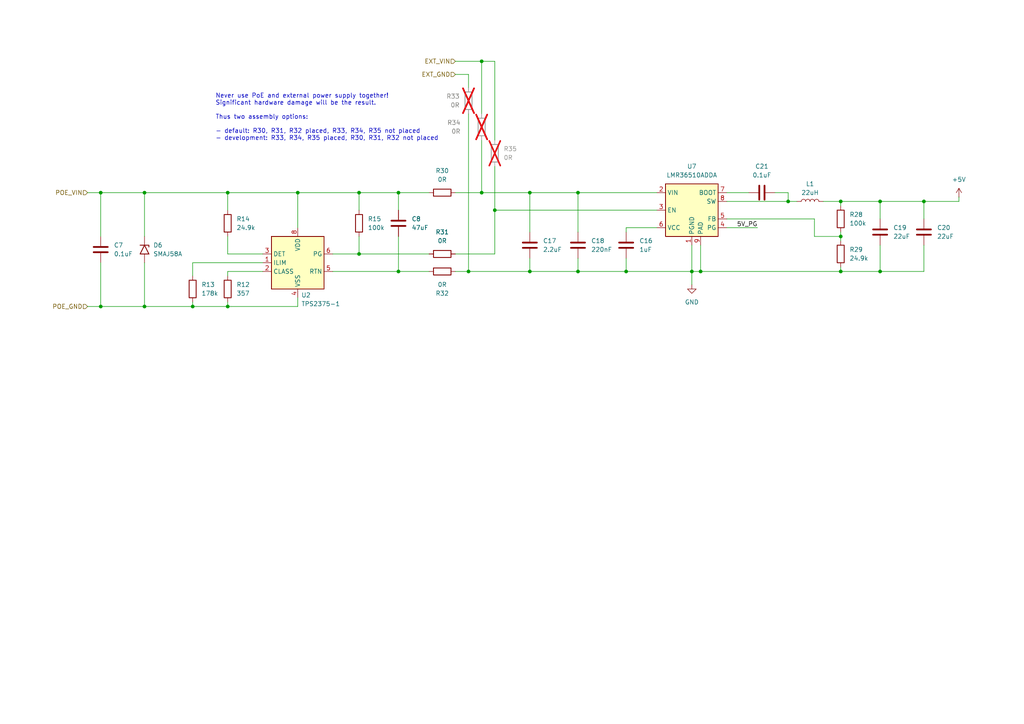
<source format=kicad_sch>
(kicad_sch (version 20250114) (generator "eeschema") (generator_version "9.0")
  (paper "A4")
  (title_block (title "iot-contact"))
  (lib_symbols
    (symbol "Device:C" (pin_numbers (hide yes)) (pin_names (offset 0.254))
      (property "Reference" "C" (at 0.635 2.54 0))
      (property "Value" "C" (at 0.635 -2.54 0))
      (symbol "C_0_1"
        (polyline (pts (xy -2.032 0.762) (xy 2.032 0.762)) (stroke (width 0.508)))
        (polyline (pts (xy -2.032 -0.762) (xy 2.032 -0.762)) (stroke (width 0.508)))
      )
      (symbol "C_1_1"
        (pin passive line (at 0 3.81 270) (length 2.794) (name "~") (number "1"))
        (pin passive line (at 0 -3.81 90) (length 2.794) (name "~") (number "2"))
      )
    )
    (symbol "Device:L" (pin_numbers (hide yes)) (pin_names (offset 1.016) (hide yes))
      (property "Reference" "L" (at -1.27 0 90))
      (property "Value" "L" (at 1.905 0 90))
      (symbol "L_0_1"
        (arc (start 0 2.54) (mid 0.6323 1.905) (end 0 1.27))
        (arc (start 0 1.27) (mid 0.6323 0.635) (end 0 0))
        (arc (start 0 0) (mid 0.6323 -0.635) (end 0 -1.27))
        (arc (start 0 -1.27) (mid 0.6323 -1.905) (end 0 -2.54))
      )
      (symbol "L_1_1"
        (pin passive line (at 0 3.81 270) (length 1.27) (name "1") (number "1"))
        (pin passive line (at 0 -3.81 90) (length 1.27) (name "2") (number "2"))
      )
    )
    (symbol "Device:R" (pin_numbers (hide yes)) (pin_names (offset 0))
      (property "Reference" "R" (at 2.032 0 90))
      (property "Value" "R" (at 0 0 90))
      (symbol "R_0_1"
        (rectangle (start -1.016 -2.54) (end 1.016 2.54) (stroke (width 0.254)))
      )
      (symbol "R_1_1"
        (pin passive line (at 0 3.81 270) (length 1.27) (name "~") (number "1"))
        (pin passive line (at 0 -3.81 90) (length 1.27) (name "~") (number "2"))
      )
    )
    (symbol "Diode:SMAJ58A" (pin_numbers (hide yes)) (pin_names (offset 1.016) (hide yes))
      (property "Reference" "D" (at 0 2.54 0))
      (property "Value" "SMAJ58A" (at 0 -2.54 0))
      (symbol "SMAJ58A_0_1"
        (polyline (pts (xy -0.762 1.27) (xy -1.27 1.27) (xy -1.27 -1.27)) (stroke (width 0.254)))
        (polyline (pts (xy 1.27 1.27) (xy 1.27 -1.27) (xy -1.27 0) (xy 1.27 1.27)) (stroke (width 0.254)))
      )
      (symbol "SMAJ58A_1_1"
        (pin passive line (at -3.81 0 0) (length 2.54) (name "A1") (number "1"))
        (pin passive line (at 3.81 0 180) (length 2.54) (name "A2") (number "2"))
      )
    )
    (symbol "Regulator_Controller:TPS2375-1"
      (property "Reference" "U" (at 2.54 -8.89 0))
      (property "Value" "TPS2375-1" (at 7.62 -11.43 0))
      (symbol "TPS2375-1_0_1"
        (rectangle (start -7.62 7.62) (end 7.62 -7.62) (stroke (width 0.254)) (fill (type background)))
      )
      (symbol "TPS2375-1_1_1"
        (pin passive line (at -10.16 2.54 0) (length 2.54) (name "DET") (number "3"))
        (pin passive line (at -10.16 0 0) (length 2.54) (name "ILIM") (number "1"))
        (pin passive line (at -10.16 -2.54 0) (length 2.54) (name "CLASS") (number "2"))
        (pin power_in line (at 0 10.16 270) (length 2.54) (name "VDD") (number "8"))
        (pin power_in line (at 0 -10.16 90) (length 2.54) (name "VSS") (number "4"))
        (pin no_connect line (at 7.62 0 180) (length 2.54) (hide yes) (name "NC") (number "7"))
        (pin open_collector line (at 10.16 2.54 180) (length 2.54) (name "PG") (number "6"))
        (pin power_out line (at 10.16 -2.54 180) (length 2.54) (name "RTN") (number "5"))
      )
    )
    (symbol "Regulator_Switching:LMR36510ADDA"
      (property "Reference" "U" (at 0 11.43 0))
      (property "Value" "LMR36510ADDA" (at 0 8.89 0))
      (symbol "LMR36510ADDA_0_1"
        (rectangle (start -7.62 7.62) (end 7.62 -7.62) (stroke (width 0.254)) (fill (type background)))
      )
      (symbol "LMR36510ADDA_1_1"
        (pin power_in line (at -10.16 5.08 0) (length 2.54) (name "VIN") (number "2"))
        (pin input line (at -10.16 0 0) (length 2.54) (name "EN") (number "3"))
        (pin power_out line (at -10.16 -5.08 0) (length 2.54) (name "VCC") (number "6"))
        (pin power_in line (at 0 -10.16 90) (length 2.54) (name "PGND") (number "1"))
        (pin power_in line (at 2.54 -10.16 90) (length 2.54) (name "PAD") (number "9"))
        (pin input line (at 10.16 5.08 180) (length 2.54) (name "BOOT") (number "7"))
        (pin output line (at 10.16 2.54 180) (length 2.54) (name "SW") (number "8"))
        (pin input line (at 10.16 -2.54 180) (length 2.54) (name "FB") (number "5"))
        (pin open_collector line (at 10.16 -5.08 180) (length 2.54) (name "PG") (number "4"))
      )
    )
    (symbol "power:+5V" (power) (pin_numbers (hide yes)) (pin_names (offset 0) (hide yes))
      (property "Value" "+5V" (at 0 3.556 0))
      (symbol "+5V_0_1"
        (polyline (pts (xy -0.762 1.27) (xy 0 2.54)))
        (polyline (pts (xy 0 2.54) (xy 0.762 1.27)))
        (polyline (pts (xy 0 0) (xy 0 2.54)))
      )
      (symbol "+5V_1_1"
        (pin power_in line (at 0 0 90) (length 0) (name "~") (number "1"))
      )
    )
    (symbol "power:GND" (power) (pin_numbers (hide yes)) (pin_names (offset 0) (hide yes))
      (property "Value" "GND" (at 0 -3.81 0))
      (symbol "GND_0_1"
        (polyline (pts (xy 0 0) (xy 0 -1.27) (xy 1.27 -1.27) (xy 0 -2.54) (xy -1.27 -1.27) (xy 0 -1.27)))
      )
      (symbol "GND_1_1"
        (pin power_in line (at 0 0 270) (length 0) (name "~") (number "1"))
      )
    )
  )
  (text "Never use PoE and external power supply together!\nSignificant hardware damage will be the result.\n\nThus two assembly options:\n\n- default: R30, R31, R32 placed, R33, R34, R35 not placed\n- development: R33, R34, R35 placed, R30, R31, R32 not placed" (at 62.484 34.036 0) (effects (font (size 1.27 1.27)) (justify left)))
  (junction (at 153.67 55.88))
  (junction (at 167.64 78.74))
  (junction (at 29.21 55.88))
  (junction (at 135.89 78.74))
  (junction (at 243.84 68.58))
  (junction (at 29.21 88.9))
  (junction (at 243.84 58.42))
  (junction (at 86.36 55.88))
  (junction (at 267.97 58.42))
  (junction (at 143.51 60.96))
  (junction (at 55.88 88.9))
  (junction (at 167.64 55.88))
  (junction (at 181.61 78.74))
  (junction (at 115.57 55.88))
  (junction (at 255.27 78.74))
  (junction (at 243.84 78.74))
  (junction (at 139.7 55.88))
  (junction (at 41.91 88.9))
  (junction (at 66.04 88.9))
  (junction (at 104.14 73.66))
  (junction (at 228.6 58.42))
  (junction (at 104.14 55.88))
  (junction (at 255.27 58.42))
  (junction (at 66.04 55.88))
  (junction (at 41.91 55.88))
  (junction (at 139.7 17.78))
  (junction (at 153.67 78.74))
  (junction (at 115.57 78.74))
  (junction (at 200.66 78.74))
  (junction (at 203.2 78.74))
  (wire (pts (xy 139.7 55.88) (xy 153.67 55.88)))
  (wire (pts (xy 181.61 78.74) (xy 200.66 78.74)))
  (wire (pts (xy 255.27 71.12) (xy 255.27 78.74)))
  (wire (pts (xy 255.27 58.42) (xy 267.97 58.42)))
  (wire (pts (xy 66.04 73.66) (xy 76.2 73.66)))
  (wire (pts (xy 236.22 68.58) (xy 243.84 68.58)))
  (wire (pts (xy 224.79 55.88) (xy 228.6 55.88)))
  (wire (pts (xy 132.08 78.74) (xy 135.89 78.74)))
  (wire (pts (xy 153.67 78.74) (xy 167.64 78.74)))
  (wire (pts (xy 210.82 63.5) (xy 236.22 63.5)))
  (wire (pts (xy 96.52 78.74) (xy 115.57 78.74)))
  (wire (pts (xy 243.84 58.42) (xy 255.27 58.42)))
  (wire (pts (xy 115.57 55.88) (xy 124.46 55.88)))
  (wire (pts (xy 104.14 55.88) (xy 104.14 60.96)))
  (wire (pts (xy 41.91 88.9) (xy 55.88 88.9)))
  (wire (pts (xy 200.66 78.74) (xy 200.66 82.55)))
  (wire (pts (xy 115.57 78.74) (xy 124.46 78.74)))
  (wire (pts (xy 167.64 55.88) (xy 167.64 67.31)))
  (wire (pts (xy 66.04 55.88) (xy 86.36 55.88)))
  (wire (pts (xy 41.91 55.88) (xy 66.04 55.88)))
  (wire (pts (xy 143.51 17.78) (xy 139.7 17.78)))
  (wire (pts (xy 181.61 67.31) (xy 181.61 66.04)))
  (wire (pts (xy 104.14 55.88) (xy 115.57 55.88)))
  (wire (pts (xy 66.04 68.58) (xy 66.04 73.66)))
  (wire (pts (xy 181.61 74.93) (xy 181.61 78.74)))
  (wire (pts (xy 228.6 55.88) (xy 228.6 58.42)))
  (wire (pts (xy 167.64 74.93) (xy 167.64 78.74)))
  (wire (pts (xy 25.4 55.88) (xy 29.21 55.88)))
  (wire (pts (xy 139.7 17.78) (xy 139.7 33.02)))
  (wire (pts (xy 66.04 80.01) (xy 66.04 78.74)))
  (wire (pts (xy 203.2 78.74) (xy 243.84 78.74)))
  (wire (pts (xy 267.97 58.42) (xy 278.13 58.42)))
  (wire (pts (xy 153.67 55.88) (xy 153.67 67.31)))
  (wire (pts (xy 135.89 78.74) (xy 153.67 78.74)))
  (wire (pts (xy 115.57 68.58) (xy 115.57 78.74)))
  (wire (pts (xy 243.84 58.42) (xy 243.84 59.69)))
  (wire (pts (xy 115.57 55.88) (xy 115.57 60.96)))
  (wire (pts (xy 200.66 71.12) (xy 200.66 78.74)))
  (wire (pts (xy 66.04 78.74) (xy 76.2 78.74)))
  (wire (pts (xy 29.21 76.2) (xy 29.21 88.9)))
  (wire (pts (xy 243.84 77.47) (xy 243.84 78.74)))
  (wire (pts (xy 143.51 48.26) (xy 143.51 60.96)))
  (wire (pts (xy 255.27 58.42) (xy 255.27 63.5)))
  (wire (pts (xy 66.04 55.88) (xy 66.04 60.96)))
  (wire (pts (xy 255.27 78.74) (xy 267.97 78.74)))
  (wire (pts (xy 203.2 71.12) (xy 203.2 78.74)))
  (wire (pts (xy 86.36 55.88) (xy 104.14 55.88)))
  (wire (pts (xy 167.64 55.88) (xy 190.5 55.88)))
  (wire (pts (xy 267.97 71.12) (xy 267.97 78.74)))
  (wire (pts (xy 139.7 40.64) (xy 139.7 55.88)))
  (wire (pts (xy 41.91 55.88) (xy 41.91 68.58)))
  (wire (pts (xy 203.2 78.74) (xy 200.66 78.74)))
  (wire (pts (xy 243.84 68.58) (xy 243.84 69.85)))
  (wire (pts (xy 55.88 87.63) (xy 55.88 88.9)))
  (wire (pts (xy 132.08 21.59) (xy 135.89 21.59)))
  (wire (pts (xy 167.64 78.74) (xy 181.61 78.74)))
  (wire (pts (xy 86.36 55.88) (xy 86.36 66.04)))
  (wire (pts (xy 132.08 17.78) (xy 139.7 17.78)))
  (wire (pts (xy 104.14 68.58) (xy 104.14 73.66)))
  (wire (pts (xy 236.22 63.5) (xy 236.22 68.58)))
  (wire (pts (xy 29.21 55.88) (xy 29.21 68.58)))
  (wire (pts (xy 210.82 55.88) (xy 217.17 55.88)))
  (wire (pts (xy 135.89 21.59) (xy 135.89 25.4)))
  (wire (pts (xy 210.82 58.42) (xy 228.6 58.42)))
  (wire (pts (xy 55.88 88.9) (xy 66.04 88.9)))
  (wire (pts (xy 86.36 88.9) (xy 86.36 86.36)))
  (wire (pts (xy 210.82 66.04) (xy 219.71 66.04)))
  (wire (pts (xy 143.51 73.66) (xy 143.51 60.96)))
  (wire (pts (xy 96.52 73.66) (xy 104.14 73.66)))
  (wire (pts (xy 243.84 67.31) (xy 243.84 68.58)))
  (wire (pts (xy 143.51 60.96) (xy 190.5 60.96)))
  (wire (pts (xy 153.67 74.93) (xy 153.67 78.74)))
  (wire (pts (xy 243.84 78.74) (xy 255.27 78.74)))
  (wire (pts (xy 153.67 55.88) (xy 167.64 55.88)))
  (wire (pts (xy 135.89 33.02) (xy 135.89 78.74)))
  (wire (pts (xy 66.04 87.63) (xy 66.04 88.9)))
  (wire (pts (xy 238.76 58.42) (xy 243.84 58.42)))
  (wire (pts (xy 66.04 88.9) (xy 86.36 88.9)))
  (wire (pts (xy 55.88 80.01) (xy 55.88 76.2)))
  (wire (pts (xy 25.4 88.9) (xy 29.21 88.9)))
  (wire (pts (xy 267.97 58.42) (xy 267.97 63.5)))
  (wire (pts (xy 228.6 58.42) (xy 231.14 58.42)))
  (wire (pts (xy 132.08 55.88) (xy 139.7 55.88)))
  (wire (pts (xy 132.08 73.66) (xy 143.51 73.66)))
  (wire (pts (xy 55.88 76.2) (xy 76.2 76.2)))
  (wire (pts (xy 29.21 88.9) (xy 41.91 88.9)))
  (wire (pts (xy 181.61 66.04) (xy 190.5 66.04)))
  (wire (pts (xy 29.21 55.88) (xy 41.91 55.88)))
  (wire (pts (xy 278.13 58.42) (xy 278.13 57.15)))
  (wire (pts (xy 41.91 76.2) (xy 41.91 88.9)))
  (wire (pts (xy 104.14 73.66) (xy 124.46 73.66)))
  (wire (pts (xy 143.51 40.64) (xy 143.51 17.78)))
  (label "5V_PG" (at 219.71 66.04 180))
  (hierarchical_label "EXT_GND" (shape input) (at 132.08 21.59 180))
  (hierarchical_label "POE_GND" (shape input) (at 25.4 88.9 180))
  (hierarchical_label "POE_VIN" (shape input) (at 25.4 55.88 180))
  (hierarchical_label "EXT_VIN" (shape input) (at 132.08 17.78 180))
  (symbol (lib_id "Device:C") (at 29.21 72.39 0) (unit 1)
    (property "Reference" "C7" (at 33.02 71.1199 0) (effects (justify left)))
    (property "Value" "0.1uF" (at 33.02 73.6599 0) (effects (justify left)))
    (property "Description" "Unpolarized capacitor" (effects (hide yes)))
  )
  (symbol (lib_id "Device:R") (at 104.14 64.77 0) (unit 1)
    (property "Reference" "R15" (at 106.68 63.4999 0) (effects (justify left)))
    (property "Value" "100k" (at 106.68 66.0399 0) (effects (justify left)))
    (property "Description" "Resistor" (effects (hide yes)))
  )
  (symbol (lib_id "Device:R") (at 128.27 78.74 90) (mirror x) (unit 1)
    (property "Reference" "R32" (at 128.27 85.09 90))
    (property "Value" "0R" (at 128.27 82.55 90))
    (property "Description" "Resistor" (effects (hide yes)))
  )
  (symbol (lib_id "Regulator_Controller:TPS2375-1") (at 86.36 76.2 0) (unit 1)
    (property "Reference" "U2" (at 87.376 85.598 0) (effects (justify left)))
    (property "Value" "TPS2375-1" (at 87.376 88.138 0) (effects (justify left)))
    (property "Footprint" "Package_SO:TSSOP-8_4.4x3mm_P0.65mm" (effects (hide yes)))
    (property "Datasheet" "https://www.ti.com/lit/gpn/tps2375-1" (effects (hide yes)))
    (property "Description" "IEEE802.3af PoE Controller, Auto-Retry" (effects (hide yes)))
  )
  (symbol (lib_id "Device:R") (at 66.04 83.82 0) (unit 1)
    (property "Reference" "R12" (at 68.58 82.5499 0) (effects (justify left)))
    (property "Value" "357" (at 68.58 85.0899 0) (effects (justify left)))
    (property "Description" "Resistor" (effects (hide yes)))
  )
  (symbol (lib_id "Device:R") (at 139.7 36.83 0) (mirror y) (unit 1) (dnp yes)
    (property "Reference" "R34" (at 133.604 35.56 0) (effects (justify left)))
    (property "Value" "0R" (at 133.604 38.1 0) (effects (justify left)))
    (property "Description" "Resistor" (effects (hide yes)))
  )
  (symbol (lib_id "Diode:SMAJ58A") (at 41.91 72.39 270) (unit 1)
    (property "Reference" "D6" (at 44.45 71.1199 90) (effects (justify left)))
    (property "Value" "SMAJ58A" (at 44.45 73.6599 90) (effects (justify left)))
    (property "Footprint" "Diode_SMD:D_SMA" (effects (hide yes)))
    (property "Datasheet" "https://www.littelfuse.com/media?resourcetype=datasheets&itemid=75e32973-b177-4ee3-a0ff-cedaf1abdb93&filename=smaj-datasheet" (effects (hide yes)))
    (property "Description" "400W unidirectional Transient Voltage Suppressor, 58.0Vr, SMA(DO-214AC)" (effects (hide yes)))
  )
  (symbol (lib_id "Device:R") (at 243.84 73.66 0) (unit 1)
    (property "Reference" "R29" (at 246.38 72.3899 0) (effects (justify left)))
    (property "Value" "24.9k" (at 246.38 74.9299 0) (effects (justify left)))
    (property "Description" "Resistor" (effects (hide yes)))
  )
  (symbol (lib_id "Device:R") (at 243.84 63.5 0) (unit 1)
    (property "Reference" "R28" (at 246.38 62.2299 0) (effects (justify left)))
    (property "Value" "100k" (at 246.38 64.7699 0) (effects (justify left)))
    (property "Description" "Resistor" (effects (hide yes)))
  )
  (symbol (lib_id "power:+5V") (at 278.13 57.15 0) (unit 1)
    (property "Reference" "#PWR043" (effects (hide yes)))
    (property "Value" "+5V" (at 278.13 52.07 0))
    (property "Description" "Power symbol creates a global label with name \"+5V\"" (effects (hide yes)))
  )
  (symbol (lib_id "Device:C") (at 167.64 71.12 0) (unit 1)
    (property "Reference" "C18" (at 171.45 69.8499 0) (effects (justify left)))
    (property "Value" "220nF" (at 171.45 72.3899 0) (effects (justify left)))
    (property "Description" "Unpolarized capacitor" (effects (hide yes)))
  )
  (symbol (lib_id "power:GND") (at 200.66 82.55 0) (unit 1)
    (property "Reference" "#PWR042" (effects (hide yes)))
    (property "Value" "GND" (at 200.66 87.63 0))
    (property "Description" "Power symbol creates a global label with name \"GND\" , ground" (effects (hide yes)))
  )
  (symbol (lib_id "Device:R") (at 128.27 73.66 90) (unit 1)
    (property "Reference" "R31" (at 128.27 67.31 90))
    (property "Value" "0R" (at 128.27 69.85 90))
    (property "Description" "Resistor" (effects (hide yes)))
  )
  (symbol (lib_id "Device:R") (at 135.89 29.21 0) (mirror y) (unit 1) (dnp yes)
    (property "Reference" "R33" (at 133.35 27.9399 0) (effects (justify left)))
    (property "Value" "0R" (at 133.35 30.4799 0) (effects (justify left)))
    (property "Description" "Resistor" (effects (hide yes)))
  )
  (symbol (lib_id "Device:R") (at 128.27 55.88 90) (unit 1)
    (property "Reference" "R30" (at 128.27 49.53 90))
    (property "Value" "0R" (at 128.27 52.07 90))
    (property "Description" "Resistor" (effects (hide yes)))
  )
  (symbol (lib_id "Device:L") (at 234.95 58.42 90) (unit 1)
    (property "Reference" "L1" (at 234.95 53.34 90))
    (property "Value" "22uH" (at 234.95 55.88 90))
    (property "Description" "Inductor" (effects (hide yes)))
  )
  (symbol (lib_id "Device:R") (at 55.88 83.82 0) (unit 1)
    (property "Reference" "R13" (at 58.42 82.5499 0) (effects (justify left)))
    (property "Value" "178k" (at 58.42 85.0899 0) (effects (justify left)))
    (property "Description" "Resistor" (effects (hide yes)))
  )
  (symbol (lib_id "Device:C") (at 220.98 55.88 90) (unit 1)
    (property "Reference" "C21" (at 220.98 48.26 90))
    (property "Value" "0.1uF" (at 220.98 50.8 90))
    (property "Description" "Unpolarized capacitor" (effects (hide yes)))
  )
  (symbol (lib_id "Device:C") (at 255.27 67.31 0) (unit 1)
    (property "Reference" "C19" (at 259.08 66.0399 0) (effects (justify left)))
    (property "Value" "22uF" (at 259.08 68.5799 0) (effects (justify left)))
    (property "Description" "Unpolarized capacitor" (effects (hide yes)))
  )
  (symbol (lib_id "Device:C") (at 181.61 71.12 0) (unit 1)
    (property "Reference" "C16" (at 185.42 69.8499 0) (effects (justify left)))
    (property "Value" "1uF" (at 185.42 72.3899 0) (effects (justify left)))
    (property "Description" "Unpolarized capacitor" (effects (hide yes)))
  )
  (symbol (lib_id "Device:R") (at 66.04 64.77 0) (unit 1)
    (property "Reference" "R14" (at 68.58 63.4999 0) (effects (justify left)))
    (property "Value" "24.9k" (at 68.58 66.0399 0) (effects (justify left)))
    (property "Description" "Resistor" (effects (hide yes)))
  )
  (symbol (lib_id "Device:C") (at 115.57 64.77 0) (unit 1)
    (property "Reference" "C8" (at 119.38 63.4999 0) (effects (justify left)))
    (property "Value" "47uF" (at 119.38 66.0399 0) (effects (justify left)))
    (property "Description" "Unpolarized capacitor" (effects (hide yes)))
  )
  (symbol (lib_id "Device:C") (at 153.67 71.12 0) (unit 1)
    (property "Reference" "C17" (at 157.48 69.8499 0) (effects (justify left)))
    (property "Value" "2.2uF" (at 157.48 72.3899 0) (effects (justify left)))
    (property "Description" "Unpolarized capacitor" (effects (hide yes)))
  )
  (symbol (lib_id "Device:R") (at 143.51 44.45 0) (unit 1) (dnp yes)
    (property "Reference" "R35" (at 146.05 43.1799 0) (effects (justify left)))
    (property "Value" "0R" (at 146.05 45.7199 0) (effects (justify left)))
    (property "Description" "Resistor" (effects (hide yes)))
  )
  (symbol (lib_id "Device:C") (at 267.97 67.31 0) (unit 1)
    (property "Reference" "C20" (at 271.78 66.0399 0) (effects (justify left)))
    (property "Value" "22uF" (at 271.78 68.5799 0) (effects (justify left)))
    (property "Description" "Unpolarized capacitor" (effects (hide yes)))
  )
  (symbol (lib_id "Regulator_Switching:LMR36510ADDA") (at 200.66 60.96 0) (unit 1)
    (property "Reference" "U7" (at 200.66 48.26 0))
    (property "Value" "LMR36510ADDA" (at 200.66 50.8 0))
    (property "Footprint" "Package_SO:Texas_HTSOP-8-1EP_3.9x4.9mm_P1.27mm_EP2.95x4.9mm_Mask2.4x3.1mm_ThermalVias" (effects (hide yes)))
    (property "Datasheet" "http://www.ti.com/lit/ds/symlink/lmr36510.pdf" (effects (hide yes)))
    (property "Description" "Simple Switcher Synchronous Buck Regulator, Vin=4.2-65V, Iout=1A, F=400kHz, Adjustable output voltage, HSOP-8" (effects (hide yes)))
  )
)
</source>
